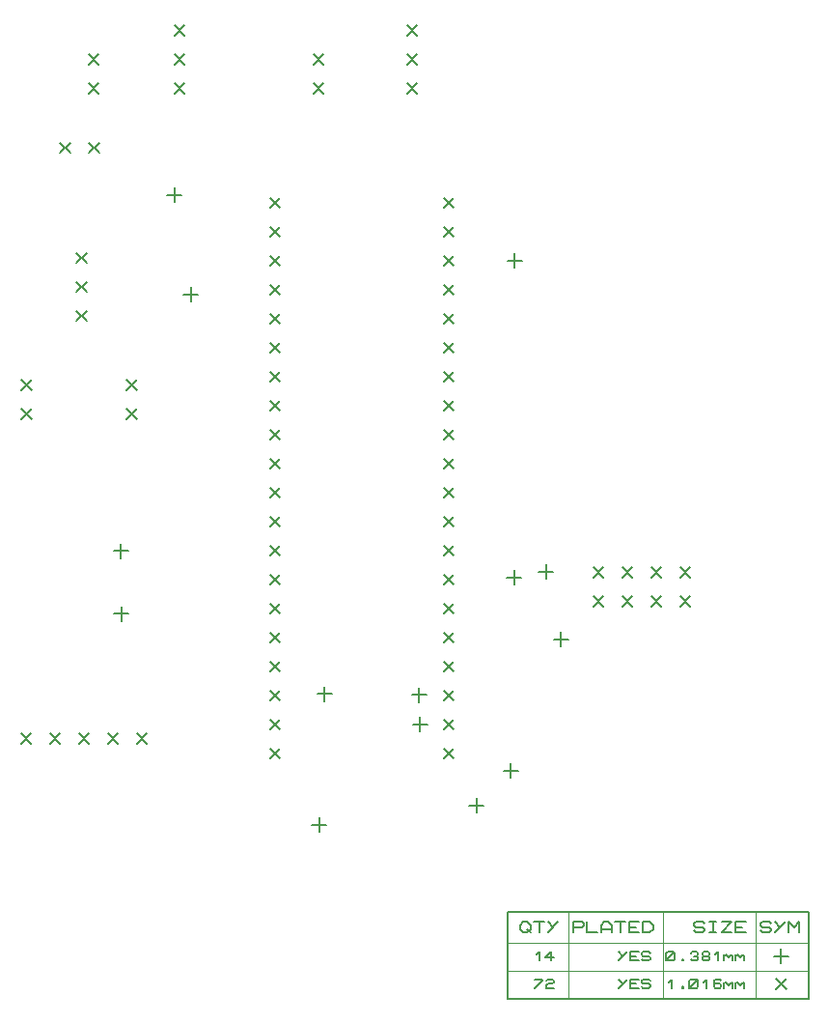
<source format=gbr>
G04 PROTEUS RS274X GERBER FILE*
%FSLAX45Y45*%
%MOMM*%
G01*
%ADD15C,0.203200*%
%ADD16C,0.127000*%
%ADD17C,0.063500*%
D15*
X+5602395Y+2213017D02*
X+5602395Y+2086017D01*
X+5665895Y+2149517D02*
X+5538895Y+2149517D01*
X+5160106Y+1063067D02*
X+5160106Y+936067D01*
X+5223606Y+999567D02*
X+5096606Y+999567D01*
X+5191877Y+2753485D02*
X+5191877Y+2626485D01*
X+5255377Y+2689985D02*
X+5128377Y+2689985D01*
X+5193440Y+5530380D02*
X+5193440Y+5403380D01*
X+5256940Y+5466880D02*
X+5129940Y+5466880D01*
X+2353440Y+5234130D02*
X+2353440Y+5107130D01*
X+2416940Y+5170630D02*
X+2289940Y+5170630D01*
X+2207920Y+6107255D02*
X+2207920Y+5980255D01*
X+2271420Y+6043755D02*
X+2144420Y+6043755D01*
X+4859129Y+758437D02*
X+4859129Y+631437D01*
X+4922629Y+694937D02*
X+4795629Y+694937D01*
X+5469447Y+2804796D02*
X+5469447Y+2677796D01*
X+5532947Y+2741296D02*
X+5405947Y+2741296D01*
X+4357679Y+1724944D02*
X+4357679Y+1597944D01*
X+4421179Y+1661444D02*
X+4294179Y+1661444D01*
X+3526749Y+1734387D02*
X+3526749Y+1607387D01*
X+3590249Y+1670887D02*
X+3463249Y+1670887D01*
X+1739715Y+2988880D02*
X+1739715Y+2861880D01*
X+1803215Y+2925380D02*
X+1676215Y+2925380D01*
X+1745762Y+2438547D02*
X+1745762Y+2311547D01*
X+1809262Y+2375047D02*
X+1682262Y+2375047D01*
X+4365246Y+1466507D02*
X+4365246Y+1339507D01*
X+4428746Y+1403007D02*
X+4301746Y+1403007D01*
X+3480094Y+587770D02*
X+3480094Y+460770D01*
X+3543594Y+524270D02*
X+3416594Y+524270D01*
X+4662261Y+1194021D02*
X+4572459Y+1104219D01*
X+4662261Y+1104219D02*
X+4572459Y+1194021D01*
X+3138261Y+5512021D02*
X+3048459Y+5422219D01*
X+3138261Y+5422219D02*
X+3048459Y+5512021D01*
X+3138261Y+6020021D02*
X+3048459Y+5930219D01*
X+3138261Y+5930219D02*
X+3048459Y+6020021D01*
X+4662261Y+1702021D02*
X+4572459Y+1612219D01*
X+4662261Y+1612219D02*
X+4572459Y+1702021D01*
X+3138261Y+2464021D02*
X+3048459Y+2374219D01*
X+3138261Y+2374219D02*
X+3048459Y+2464021D01*
X+3138261Y+2718021D02*
X+3048459Y+2628219D01*
X+3138261Y+2628219D02*
X+3048459Y+2718021D01*
X+3138261Y+2972021D02*
X+3048459Y+2882219D01*
X+3138261Y+2882219D02*
X+3048459Y+2972021D01*
X+3138261Y+3226021D02*
X+3048459Y+3136219D01*
X+3138261Y+3136219D02*
X+3048459Y+3226021D01*
X+3138261Y+3480021D02*
X+3048459Y+3390219D01*
X+3138261Y+3390219D02*
X+3048459Y+3480021D01*
X+3138261Y+3734021D02*
X+3048459Y+3644219D01*
X+3138261Y+3644219D02*
X+3048459Y+3734021D01*
X+3138261Y+3988021D02*
X+3048459Y+3898219D01*
X+3138261Y+3898219D02*
X+3048459Y+3988021D01*
X+3138261Y+4242021D02*
X+3048459Y+4152219D01*
X+3138261Y+4152219D02*
X+3048459Y+4242021D01*
X+4662261Y+5004021D02*
X+4572459Y+4914219D01*
X+4662261Y+4914219D02*
X+4572459Y+5004021D01*
X+4662261Y+4750021D02*
X+4572459Y+4660219D01*
X+4662261Y+4660219D02*
X+4572459Y+4750021D01*
X+4662261Y+4496021D02*
X+4572459Y+4406219D01*
X+4662261Y+4406219D02*
X+4572459Y+4496021D01*
X+4662261Y+4242021D02*
X+4572459Y+4152219D01*
X+4662261Y+4152219D02*
X+4572459Y+4242021D01*
X+4662261Y+3988021D02*
X+4572459Y+3898219D01*
X+4662261Y+3898219D02*
X+4572459Y+3988021D01*
X+4662261Y+3734021D02*
X+4572459Y+3644219D01*
X+4662261Y+3644219D02*
X+4572459Y+3734021D01*
X+3138261Y+4496021D02*
X+3048459Y+4406219D01*
X+3138261Y+4406219D02*
X+3048459Y+4496021D01*
X+3138261Y+4750021D02*
X+3048459Y+4660219D01*
X+3138261Y+4660219D02*
X+3048459Y+4750021D01*
X+3138261Y+5004021D02*
X+3048459Y+4914219D01*
X+3138261Y+4914219D02*
X+3048459Y+5004021D01*
X+4662261Y+3480021D02*
X+4572459Y+3390219D01*
X+4662261Y+3390219D02*
X+4572459Y+3480021D01*
X+4662261Y+3226021D02*
X+4572459Y+3136219D01*
X+4662261Y+3136219D02*
X+4572459Y+3226021D01*
X+4662261Y+2972021D02*
X+4572459Y+2882219D01*
X+4662261Y+2882219D02*
X+4572459Y+2972021D01*
X+4662261Y+2718021D02*
X+4572459Y+2628219D01*
X+4662261Y+2628219D02*
X+4572459Y+2718021D01*
X+4662261Y+2464021D02*
X+4572459Y+2374219D01*
X+4662261Y+2374219D02*
X+4572459Y+2464021D01*
X+4662261Y+2210021D02*
X+4572459Y+2120219D01*
X+4662261Y+2120219D02*
X+4572459Y+2210021D01*
X+4662261Y+1956021D02*
X+4572459Y+1866219D01*
X+4662261Y+1866219D02*
X+4572459Y+1956021D01*
X+3138261Y+5258021D02*
X+3048459Y+5168219D01*
X+3138261Y+5168219D02*
X+3048459Y+5258021D01*
X+4662261Y+6020021D02*
X+4572459Y+5930219D01*
X+4662261Y+5930219D02*
X+4572459Y+6020021D01*
X+4662261Y+5766021D02*
X+4572459Y+5676219D01*
X+4662261Y+5676219D02*
X+4572459Y+5766021D01*
X+4662261Y+5512021D02*
X+4572459Y+5422219D01*
X+4662261Y+5422219D02*
X+4572459Y+5512021D01*
X+4662261Y+5258021D02*
X+4572459Y+5168219D01*
X+4662261Y+5168219D02*
X+4572459Y+5258021D01*
X+3138261Y+1448021D02*
X+3048459Y+1358219D01*
X+3138261Y+1358219D02*
X+3048459Y+1448021D01*
X+3138261Y+1702021D02*
X+3048459Y+1612219D01*
X+3138261Y+1612219D02*
X+3048459Y+1702021D01*
X+3138261Y+1956021D02*
X+3048459Y+1866219D01*
X+3138261Y+1866219D02*
X+3048459Y+1956021D01*
X+4662261Y+1448021D02*
X+4572459Y+1358219D01*
X+4662261Y+1358219D02*
X+4572459Y+1448021D01*
X+3138261Y+5766021D02*
X+3048459Y+5676219D01*
X+3138261Y+5676219D02*
X+3048459Y+5766021D01*
X+3138261Y+2210021D02*
X+3048459Y+2120219D01*
X+3138261Y+2120219D02*
X+3048459Y+2210021D01*
X+3138261Y+1194021D02*
X+3048459Y+1104219D01*
X+3138261Y+1104219D02*
X+3048459Y+1194021D01*
X+952901Y+1324901D02*
X+863099Y+1235099D01*
X+952901Y+1235099D02*
X+863099Y+1324901D01*
X+1206901Y+1324901D02*
X+1117099Y+1235099D01*
X+1206901Y+1235099D02*
X+1117099Y+1324901D01*
X+1460901Y+1324901D02*
X+1371099Y+1235099D01*
X+1460901Y+1235099D02*
X+1371099Y+1324901D01*
X+1714901Y+1324901D02*
X+1625099Y+1235099D01*
X+1714901Y+1235099D02*
X+1625099Y+1324901D01*
X+1968901Y+1324901D02*
X+1879099Y+1235099D01*
X+1968901Y+1235099D02*
X+1879099Y+1324901D01*
X+6480921Y+2528101D02*
X+6391119Y+2438299D01*
X+6480921Y+2438299D02*
X+6391119Y+2528101D01*
X+6480921Y+2782101D02*
X+6391119Y+2692299D01*
X+6480921Y+2692299D02*
X+6391119Y+2782101D01*
X+6734921Y+2528101D02*
X+6645119Y+2438299D01*
X+6734921Y+2438299D02*
X+6645119Y+2528101D01*
X+5972921Y+2782101D02*
X+5883119Y+2692299D01*
X+5972921Y+2692299D02*
X+5883119Y+2782101D01*
X+5972921Y+2528101D02*
X+5883119Y+2438299D01*
X+5972921Y+2438299D02*
X+5883119Y+2528101D01*
X+6226921Y+2782101D02*
X+6137119Y+2692299D01*
X+6226921Y+2692299D02*
X+6137119Y+2782101D01*
X+6226921Y+2528101D02*
X+6137119Y+2438299D01*
X+6226921Y+2438299D02*
X+6137119Y+2528101D01*
X+6734921Y+2782101D02*
X+6645119Y+2692299D01*
X+6734921Y+2692299D02*
X+6645119Y+2782101D01*
X+1544901Y+7020901D02*
X+1455099Y+6931099D01*
X+1544901Y+6931099D02*
X+1455099Y+7020901D01*
X+1544901Y+7274901D02*
X+1455099Y+7185099D01*
X+1544901Y+7185099D02*
X+1455099Y+7274901D01*
X+2298341Y+7023781D02*
X+2208539Y+6933979D01*
X+2298341Y+6933979D02*
X+2208539Y+7023781D01*
X+2298341Y+7277781D02*
X+2208539Y+7187979D01*
X+2298341Y+7187979D02*
X+2208539Y+7277781D01*
X+2298341Y+7531781D02*
X+2208539Y+7441979D01*
X+2298341Y+7441979D02*
X+2208539Y+7531781D01*
X+1438341Y+5535781D02*
X+1348539Y+5445979D01*
X+1438341Y+5445979D02*
X+1348539Y+5535781D01*
X+1438341Y+5281781D02*
X+1348539Y+5191979D01*
X+1438341Y+5191979D02*
X+1348539Y+5281781D01*
X+1438341Y+5027781D02*
X+1348539Y+4937979D01*
X+1438341Y+4937979D02*
X+1348539Y+5027781D01*
X+4338341Y+7021781D02*
X+4248539Y+6931979D01*
X+4338341Y+6931979D02*
X+4248539Y+7021781D01*
X+4338341Y+7275781D02*
X+4248539Y+7185979D01*
X+4338341Y+7185979D02*
X+4248539Y+7275781D01*
X+4338341Y+7529781D02*
X+4248539Y+7439979D01*
X+4338341Y+7439979D02*
X+4248539Y+7529781D01*
X+1878341Y+4167781D02*
X+1788539Y+4077979D01*
X+1878341Y+4077979D02*
X+1788539Y+4167781D01*
X+1878341Y+4421781D02*
X+1788539Y+4331979D01*
X+1878341Y+4331979D02*
X+1788539Y+4421781D01*
X+958341Y+4421781D02*
X+868539Y+4331979D01*
X+958341Y+4331979D02*
X+868539Y+4421781D01*
X+958341Y+4167781D02*
X+868539Y+4077979D01*
X+958341Y+4077979D02*
X+868539Y+4167781D01*
X+1294341Y+6501781D02*
X+1204539Y+6411979D01*
X+1294341Y+6411979D02*
X+1204539Y+6501781D01*
X+1548341Y+6501781D02*
X+1458539Y+6411979D01*
X+1548341Y+6411979D02*
X+1458539Y+6501781D01*
X+3518341Y+7275781D02*
X+3428539Y+7185979D01*
X+3518341Y+7185979D02*
X+3428539Y+7275781D01*
X+3518341Y+7021781D02*
X+3428539Y+6931979D01*
X+3518341Y+6931979D02*
X+3428539Y+7021781D01*
D16*
X+5133760Y-1002380D02*
X+7777900Y-1002380D01*
X+7777900Y-240380D01*
X+5133760Y-240380D01*
X+5133760Y-1002380D01*
D17*
X+7310538Y-240380D02*
X+7310538Y-1002380D01*
X+6497738Y-240380D02*
X+6497738Y-1002380D01*
X+5664618Y-240380D02*
X+5664618Y-1002380D01*
X+7777900Y-513430D02*
X+5133760Y-513430D01*
X+7777900Y-754730D02*
X+5133760Y-754730D01*
D16*
X+7354990Y-404210D02*
X+7370230Y-419450D01*
X+7431190Y-419450D01*
X+7446430Y-404210D01*
X+7446430Y-388970D01*
X+7431190Y-373730D01*
X+7370230Y-373730D01*
X+7354990Y-358490D01*
X+7354990Y-343250D01*
X+7370230Y-328010D01*
X+7431190Y-328010D01*
X+7446430Y-343250D01*
X+7568350Y-328010D02*
X+7476910Y-419450D01*
X+7476910Y-328010D02*
X+7522630Y-373730D01*
X+7598830Y-419450D02*
X+7598830Y-328010D01*
X+7644550Y-373730D01*
X+7690270Y-328010D01*
X+7690270Y-419450D01*
X+6765710Y-404210D02*
X+6780950Y-419450D01*
X+6841910Y-419450D01*
X+6857150Y-404210D01*
X+6857150Y-388970D01*
X+6841910Y-373730D01*
X+6780950Y-373730D01*
X+6765710Y-358490D01*
X+6765710Y-343250D01*
X+6780950Y-328010D01*
X+6841910Y-328010D01*
X+6857150Y-343250D01*
X+6902870Y-328010D02*
X+6963830Y-328010D01*
X+6933350Y-328010D02*
X+6933350Y-419450D01*
X+6902870Y-419450D02*
X+6963830Y-419450D01*
X+7009550Y-328010D02*
X+7100990Y-328010D01*
X+7009550Y-419450D01*
X+7100990Y-419450D01*
X+7222910Y-419450D02*
X+7131470Y-419450D01*
X+7131470Y-328010D01*
X+7222910Y-328010D01*
X+7131470Y-373730D02*
X+7192430Y-373730D01*
X+5709070Y-419450D02*
X+5709070Y-328010D01*
X+5785270Y-328010D01*
X+5800510Y-343250D01*
X+5800510Y-358490D01*
X+5785270Y-373730D01*
X+5709070Y-373730D01*
X+5830990Y-328010D02*
X+5830990Y-419450D01*
X+5922430Y-419450D01*
X+5952910Y-419450D02*
X+5952910Y-358490D01*
X+5983390Y-328010D01*
X+6013870Y-328010D01*
X+6044350Y-358490D01*
X+6044350Y-419450D01*
X+5952910Y-388970D02*
X+6044350Y-388970D01*
X+6074830Y-328010D02*
X+6166270Y-328010D01*
X+6120550Y-328010D02*
X+6120550Y-419450D01*
X+6288190Y-419450D02*
X+6196750Y-419450D01*
X+6196750Y-328010D01*
X+6288190Y-328010D01*
X+6196750Y-373730D02*
X+6257710Y-373730D01*
X+6318670Y-419450D02*
X+6318670Y-328010D01*
X+6379630Y-328010D01*
X+6410110Y-358490D01*
X+6410110Y-388970D01*
X+6379630Y-419450D01*
X+6318670Y-419450D01*
X+5241710Y-358490D02*
X+5272190Y-328010D01*
X+5302670Y-328010D01*
X+5333150Y-358490D01*
X+5333150Y-388970D01*
X+5302670Y-419450D01*
X+5272190Y-419450D01*
X+5241710Y-388970D01*
X+5241710Y-358490D01*
X+5302670Y-388970D02*
X+5333150Y-419450D01*
X+5363630Y-328010D02*
X+5455070Y-328010D01*
X+5409350Y-328010D02*
X+5409350Y-419450D01*
X+5576990Y-328010D02*
X+5485550Y-419450D01*
X+5485550Y-328010D02*
X+5531270Y-373730D01*
D15*
X+7531520Y-564230D02*
X+7531520Y-691230D01*
X+7595020Y-627730D02*
X+7468020Y-627730D01*
D16*
X+6523140Y-653130D02*
X+6523140Y-602330D01*
X+6535840Y-589630D01*
X+6586640Y-589630D01*
X+6599340Y-602330D01*
X+6599340Y-653130D01*
X+6586640Y-665830D01*
X+6535840Y-665830D01*
X+6523140Y-653130D01*
X+6523140Y-665830D02*
X+6599340Y-589630D01*
X+6662840Y-653130D02*
X+6675540Y-653130D01*
X+6675540Y-665830D01*
X+6662840Y-665830D01*
X+6662840Y-653130D01*
X+6739040Y-602330D02*
X+6751740Y-589630D01*
X+6789840Y-589630D01*
X+6802540Y-602330D01*
X+6802540Y-615030D01*
X+6789840Y-627730D01*
X+6802540Y-640430D01*
X+6802540Y-653130D01*
X+6789840Y-665830D01*
X+6751740Y-665830D01*
X+6739040Y-653130D01*
X+6764440Y-627730D02*
X+6789840Y-627730D01*
X+6853340Y-627730D02*
X+6840640Y-615030D01*
X+6840640Y-602330D01*
X+6853340Y-589630D01*
X+6891440Y-589630D01*
X+6904140Y-602330D01*
X+6904140Y-615030D01*
X+6891440Y-627730D01*
X+6853340Y-627730D01*
X+6840640Y-640430D01*
X+6840640Y-653130D01*
X+6853340Y-665830D01*
X+6891440Y-665830D01*
X+6904140Y-653130D01*
X+6904140Y-640430D01*
X+6891440Y-627730D01*
X+6954940Y-615030D02*
X+6980340Y-589630D01*
X+6980340Y-665830D01*
X+7031140Y-665830D02*
X+7031140Y-615030D01*
X+7031140Y-627730D02*
X+7043840Y-615030D01*
X+7069240Y-640430D01*
X+7094640Y-615030D01*
X+7107340Y-627730D01*
X+7107340Y-665830D01*
X+7132740Y-665830D02*
X+7132740Y-615030D01*
X+7132740Y-627730D02*
X+7145440Y-615030D01*
X+7170840Y-640430D01*
X+7196240Y-615030D01*
X+7208940Y-627730D01*
X+7208940Y-665830D01*
X+6180240Y-589630D02*
X+6104040Y-665830D01*
X+6104040Y-589630D02*
X+6142140Y-627730D01*
X+6281840Y-665830D02*
X+6205640Y-665830D01*
X+6205640Y-589630D01*
X+6281840Y-589630D01*
X+6205640Y-627730D02*
X+6256440Y-627730D01*
X+6307240Y-653130D02*
X+6319940Y-665830D01*
X+6370740Y-665830D01*
X+6383440Y-653130D01*
X+6383440Y-640430D01*
X+6370740Y-627730D01*
X+6319940Y-627730D01*
X+6307240Y-615030D01*
X+6307240Y-602330D01*
X+6319940Y-589630D01*
X+6370740Y-589630D01*
X+6383440Y-602330D01*
X+5385220Y-615030D02*
X+5410620Y-589630D01*
X+5410620Y-665830D01*
X+5537620Y-640430D02*
X+5461420Y-640430D01*
X+5512220Y-589630D01*
X+5512220Y-665830D01*
D15*
X+7576421Y-824129D02*
X+7486619Y-913931D01*
X+7576421Y-913931D02*
X+7486619Y-824129D01*
D16*
X+6548540Y-856330D02*
X+6573940Y-830930D01*
X+6573940Y-907130D01*
X+6662840Y-894430D02*
X+6675540Y-894430D01*
X+6675540Y-907130D01*
X+6662840Y-907130D01*
X+6662840Y-894430D01*
X+6726340Y-894430D02*
X+6726340Y-843630D01*
X+6739040Y-830930D01*
X+6789840Y-830930D01*
X+6802540Y-843630D01*
X+6802540Y-894430D01*
X+6789840Y-907130D01*
X+6739040Y-907130D01*
X+6726340Y-894430D01*
X+6726340Y-907130D02*
X+6802540Y-830930D01*
X+6853340Y-856330D02*
X+6878740Y-830930D01*
X+6878740Y-907130D01*
X+7005740Y-843630D02*
X+6993040Y-830930D01*
X+6954940Y-830930D01*
X+6942240Y-843630D01*
X+6942240Y-894430D01*
X+6954940Y-907130D01*
X+6993040Y-907130D01*
X+7005740Y-894430D01*
X+7005740Y-881730D01*
X+6993040Y-869030D01*
X+6942240Y-869030D01*
X+7031140Y-907130D02*
X+7031140Y-856330D01*
X+7031140Y-869030D02*
X+7043840Y-856330D01*
X+7069240Y-881730D01*
X+7094640Y-856330D01*
X+7107340Y-869030D01*
X+7107340Y-907130D01*
X+7132740Y-907130D02*
X+7132740Y-856330D01*
X+7132740Y-869030D02*
X+7145440Y-856330D01*
X+7170840Y-881730D01*
X+7196240Y-856330D01*
X+7208940Y-869030D01*
X+7208940Y-907130D01*
X+6180240Y-830930D02*
X+6104040Y-907130D01*
X+6104040Y-830930D02*
X+6142140Y-869030D01*
X+6281840Y-907130D02*
X+6205640Y-907130D01*
X+6205640Y-830930D01*
X+6281840Y-830930D01*
X+6205640Y-869030D02*
X+6256440Y-869030D01*
X+6307240Y-894430D02*
X+6319940Y-907130D01*
X+6370740Y-907130D01*
X+6383440Y-894430D01*
X+6383440Y-881730D01*
X+6370740Y-869030D01*
X+6319940Y-869030D01*
X+6307240Y-856330D01*
X+6307240Y-843630D01*
X+6319940Y-830930D01*
X+6370740Y-830930D01*
X+6383440Y-843630D01*
X+5372520Y-830930D02*
X+5436020Y-830930D01*
X+5436020Y-843630D01*
X+5372520Y-907130D01*
X+5474120Y-843630D02*
X+5486820Y-830930D01*
X+5524920Y-830930D01*
X+5537620Y-843630D01*
X+5537620Y-856330D01*
X+5524920Y-869030D01*
X+5486820Y-869030D01*
X+5474120Y-881730D01*
X+5474120Y-907130D01*
X+5537620Y-907130D01*
M02*

</source>
